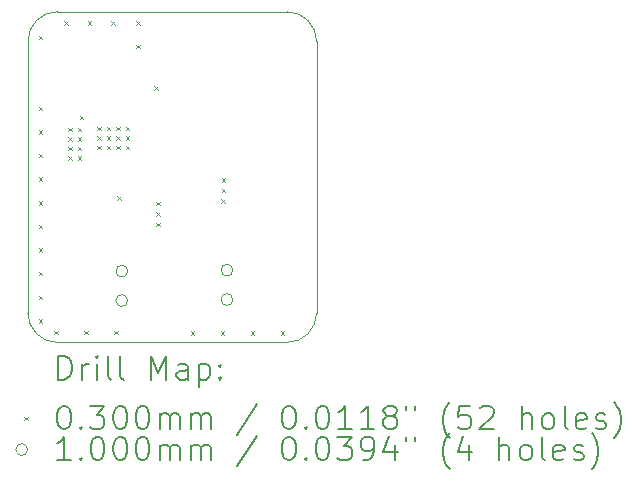
<source format=gbr>
%TF.GenerationSoftware,KiCad,Pcbnew,9.0.1-9.0.1-0~ubuntu24.04.1*%
%TF.CreationDate,2025-05-08T14:38:07+02:00*%
%TF.ProjectId,MP1584-5V,4d503135-3834-42d3-9556-2e6b69636164,rev?*%
%TF.SameCoordinates,Original*%
%TF.FileFunction,Drillmap*%
%TF.FilePolarity,Positive*%
%FSLAX45Y45*%
G04 Gerber Fmt 4.5, Leading zero omitted, Abs format (unit mm)*
G04 Created by KiCad (PCBNEW 9.0.1-9.0.1-0~ubuntu24.04.1) date 2025-05-08 14:38:07*
%MOMM*%
%LPD*%
G01*
G04 APERTURE LIST*
%ADD10C,0.050000*%
%ADD11C,0.200000*%
%ADD12C,0.100000*%
G04 APERTURE END LIST*
D10*
X15597500Y-10900000D02*
G75*
G02*
X15347500Y-10650000I0J250000D01*
G01*
X15347500Y-8350000D02*
G75*
G02*
X15597500Y-8100000I250000J0D01*
G01*
X17542000Y-8100000D02*
G75*
G02*
X17792000Y-8350000I0J-250000D01*
G01*
X15347500Y-10650000D02*
X15347500Y-8350000D01*
X17792000Y-10650000D02*
G75*
G02*
X17542000Y-10900000I-250000J0D01*
G01*
X15597500Y-8100000D02*
X17542000Y-8100000D01*
X17792000Y-8350000D02*
X17792000Y-10650000D01*
X17542000Y-10900000D02*
X15597500Y-10900000D01*
D11*
D12*
X15437500Y-8302500D02*
X15467500Y-8332500D01*
X15467500Y-8302500D02*
X15437500Y-8332500D01*
X15437500Y-8902500D02*
X15467500Y-8932500D01*
X15467500Y-8902500D02*
X15437500Y-8932500D01*
X15437500Y-9102500D02*
X15467500Y-9132500D01*
X15467500Y-9102500D02*
X15437500Y-9132500D01*
X15437500Y-9302500D02*
X15467500Y-9332500D01*
X15467500Y-9302500D02*
X15437500Y-9332500D01*
X15437500Y-9502500D02*
X15467500Y-9532500D01*
X15467500Y-9502500D02*
X15437500Y-9532500D01*
X15437500Y-9702500D02*
X15467500Y-9732500D01*
X15467500Y-9702500D02*
X15437500Y-9732500D01*
X15437500Y-9902500D02*
X15467500Y-9932500D01*
X15467500Y-9902500D02*
X15437500Y-9932500D01*
X15437500Y-10102500D02*
X15467500Y-10132500D01*
X15467500Y-10102500D02*
X15437500Y-10132500D01*
X15437500Y-10302500D02*
X15467500Y-10332500D01*
X15467500Y-10302500D02*
X15437500Y-10332500D01*
X15437500Y-10502500D02*
X15467500Y-10532500D01*
X15467500Y-10502500D02*
X15437500Y-10532500D01*
X15437500Y-10702500D02*
X15467500Y-10732500D01*
X15467500Y-10702500D02*
X15437500Y-10732500D01*
X15568500Y-10802540D02*
X15598500Y-10832540D01*
X15598500Y-10802540D02*
X15568500Y-10832540D01*
X15655000Y-8180000D02*
X15685000Y-8210000D01*
X15685000Y-8180000D02*
X15655000Y-8210000D01*
X15690000Y-9081000D02*
X15720000Y-9111000D01*
X15720000Y-9081000D02*
X15690000Y-9111000D01*
X15690000Y-9161000D02*
X15720000Y-9191000D01*
X15720000Y-9161000D02*
X15690000Y-9191000D01*
X15690000Y-9241000D02*
X15720000Y-9271000D01*
X15720000Y-9241000D02*
X15690000Y-9271000D01*
X15690000Y-9321000D02*
X15720000Y-9351000D01*
X15720000Y-9321000D02*
X15690000Y-9351000D01*
X15770000Y-9081000D02*
X15800000Y-9111000D01*
X15800000Y-9081000D02*
X15770000Y-9111000D01*
X15770000Y-9161000D02*
X15800000Y-9191000D01*
X15800000Y-9161000D02*
X15770000Y-9191000D01*
X15770000Y-9241000D02*
X15800000Y-9271000D01*
X15800000Y-9241000D02*
X15770000Y-9271000D01*
X15770000Y-9321000D02*
X15800000Y-9351000D01*
X15800000Y-9321000D02*
X15770000Y-9351000D01*
X15786000Y-8979000D02*
X15816000Y-9009000D01*
X15816000Y-8979000D02*
X15786000Y-9009000D01*
X15822500Y-10802540D02*
X15852500Y-10832540D01*
X15852500Y-10802540D02*
X15822500Y-10832540D01*
X15855000Y-8180000D02*
X15885000Y-8210000D01*
X15885000Y-8180000D02*
X15855000Y-8210000D01*
X15936000Y-9075000D02*
X15966000Y-9105000D01*
X15966000Y-9075000D02*
X15936000Y-9105000D01*
X15936000Y-9155000D02*
X15966000Y-9185000D01*
X15966000Y-9155000D02*
X15936000Y-9185000D01*
X15936000Y-9235000D02*
X15966000Y-9265000D01*
X15966000Y-9235000D02*
X15936000Y-9265000D01*
X16016000Y-9075000D02*
X16046000Y-9105000D01*
X16046000Y-9075000D02*
X16016000Y-9105000D01*
X16016000Y-9155000D02*
X16046000Y-9185000D01*
X16046000Y-9155000D02*
X16016000Y-9185000D01*
X16016000Y-9235000D02*
X16046000Y-9265000D01*
X16046000Y-9235000D02*
X16016000Y-9265000D01*
X16055000Y-8180000D02*
X16085000Y-8210000D01*
X16085000Y-8180000D02*
X16055000Y-8210000D01*
X16076500Y-10802540D02*
X16106500Y-10832540D01*
X16106500Y-10802540D02*
X16076500Y-10832540D01*
X16096000Y-9075000D02*
X16126000Y-9105000D01*
X16126000Y-9075000D02*
X16096000Y-9105000D01*
X16096000Y-9155000D02*
X16126000Y-9185000D01*
X16126000Y-9155000D02*
X16096000Y-9185000D01*
X16096000Y-9235000D02*
X16126000Y-9265000D01*
X16126000Y-9235000D02*
X16096000Y-9265000D01*
X16105000Y-9662000D02*
X16135000Y-9692000D01*
X16135000Y-9662000D02*
X16105000Y-9692000D01*
X16176000Y-9075000D02*
X16206000Y-9105000D01*
X16206000Y-9075000D02*
X16176000Y-9105000D01*
X16176000Y-9155000D02*
X16206000Y-9185000D01*
X16206000Y-9155000D02*
X16176000Y-9185000D01*
X16176000Y-9235000D02*
X16206000Y-9265000D01*
X16206000Y-9235000D02*
X16176000Y-9265000D01*
X16265000Y-8180000D02*
X16295000Y-8210000D01*
X16295000Y-8180000D02*
X16265000Y-8210000D01*
X16265000Y-8380000D02*
X16295000Y-8410000D01*
X16295000Y-8380000D02*
X16265000Y-8410000D01*
X16417000Y-8730000D02*
X16447000Y-8760000D01*
X16447000Y-8730000D02*
X16417000Y-8760000D01*
X16432000Y-9885000D02*
X16462000Y-9915000D01*
X16462000Y-9885000D02*
X16432000Y-9915000D01*
X16433000Y-9709000D02*
X16463000Y-9739000D01*
X16463000Y-9709000D02*
X16433000Y-9739000D01*
X16433000Y-9797000D02*
X16463000Y-9827000D01*
X16463000Y-9797000D02*
X16433000Y-9827000D01*
X16725000Y-10804000D02*
X16755000Y-10834000D01*
X16755000Y-10804000D02*
X16725000Y-10834000D01*
X16979000Y-10804000D02*
X17009000Y-10834000D01*
X17009000Y-10804000D02*
X16979000Y-10834000D01*
X16986000Y-9687000D02*
X17016000Y-9717000D01*
X17016000Y-9687000D02*
X16986000Y-9717000D01*
X16987000Y-9511000D02*
X17017000Y-9541000D01*
X17017000Y-9511000D02*
X16987000Y-9541000D01*
X16987000Y-9599000D02*
X17017000Y-9629000D01*
X17017000Y-9599000D02*
X16987000Y-9629000D01*
X17233000Y-10804000D02*
X17263000Y-10834000D01*
X17263000Y-10804000D02*
X17233000Y-10834000D01*
X17487000Y-10804000D02*
X17517000Y-10834000D01*
X17517000Y-10804000D02*
X17487000Y-10834000D01*
X16193000Y-10296000D02*
G75*
G02*
X16093000Y-10296000I-50000J0D01*
G01*
X16093000Y-10296000D02*
G75*
G02*
X16193000Y-10296000I50000J0D01*
G01*
X16193000Y-10546000D02*
G75*
G02*
X16093000Y-10546000I-50000J0D01*
G01*
X16093000Y-10546000D02*
G75*
G02*
X16193000Y-10546000I50000J0D01*
G01*
X17083000Y-10287000D02*
G75*
G02*
X16983000Y-10287000I-50000J0D01*
G01*
X16983000Y-10287000D02*
G75*
G02*
X17083000Y-10287000I50000J0D01*
G01*
X17083000Y-10537000D02*
G75*
G02*
X16983000Y-10537000I-50000J0D01*
G01*
X16983000Y-10537000D02*
G75*
G02*
X17083000Y-10537000I50000J0D01*
G01*
D11*
X15605777Y-11213984D02*
X15605777Y-11013984D01*
X15605777Y-11013984D02*
X15653396Y-11013984D01*
X15653396Y-11013984D02*
X15681967Y-11023508D01*
X15681967Y-11023508D02*
X15701015Y-11042555D01*
X15701015Y-11042555D02*
X15710539Y-11061603D01*
X15710539Y-11061603D02*
X15720062Y-11099698D01*
X15720062Y-11099698D02*
X15720062Y-11128270D01*
X15720062Y-11128270D02*
X15710539Y-11166365D01*
X15710539Y-11166365D02*
X15701015Y-11185412D01*
X15701015Y-11185412D02*
X15681967Y-11204460D01*
X15681967Y-11204460D02*
X15653396Y-11213984D01*
X15653396Y-11213984D02*
X15605777Y-11213984D01*
X15805777Y-11213984D02*
X15805777Y-11080650D01*
X15805777Y-11118746D02*
X15815301Y-11099698D01*
X15815301Y-11099698D02*
X15824824Y-11090174D01*
X15824824Y-11090174D02*
X15843872Y-11080650D01*
X15843872Y-11080650D02*
X15862920Y-11080650D01*
X15929586Y-11213984D02*
X15929586Y-11080650D01*
X15929586Y-11013984D02*
X15920062Y-11023508D01*
X15920062Y-11023508D02*
X15929586Y-11033031D01*
X15929586Y-11033031D02*
X15939110Y-11023508D01*
X15939110Y-11023508D02*
X15929586Y-11013984D01*
X15929586Y-11013984D02*
X15929586Y-11033031D01*
X16053396Y-11213984D02*
X16034348Y-11204460D01*
X16034348Y-11204460D02*
X16024824Y-11185412D01*
X16024824Y-11185412D02*
X16024824Y-11013984D01*
X16158158Y-11213984D02*
X16139110Y-11204460D01*
X16139110Y-11204460D02*
X16129586Y-11185412D01*
X16129586Y-11185412D02*
X16129586Y-11013984D01*
X16386729Y-11213984D02*
X16386729Y-11013984D01*
X16386729Y-11013984D02*
X16453396Y-11156841D01*
X16453396Y-11156841D02*
X16520062Y-11013984D01*
X16520062Y-11013984D02*
X16520062Y-11213984D01*
X16701015Y-11213984D02*
X16701015Y-11109222D01*
X16701015Y-11109222D02*
X16691491Y-11090174D01*
X16691491Y-11090174D02*
X16672443Y-11080650D01*
X16672443Y-11080650D02*
X16634348Y-11080650D01*
X16634348Y-11080650D02*
X16615301Y-11090174D01*
X16701015Y-11204460D02*
X16681967Y-11213984D01*
X16681967Y-11213984D02*
X16634348Y-11213984D01*
X16634348Y-11213984D02*
X16615301Y-11204460D01*
X16615301Y-11204460D02*
X16605777Y-11185412D01*
X16605777Y-11185412D02*
X16605777Y-11166365D01*
X16605777Y-11166365D02*
X16615301Y-11147317D01*
X16615301Y-11147317D02*
X16634348Y-11137793D01*
X16634348Y-11137793D02*
X16681967Y-11137793D01*
X16681967Y-11137793D02*
X16701015Y-11128270D01*
X16796253Y-11080650D02*
X16796253Y-11280650D01*
X16796253Y-11090174D02*
X16815301Y-11080650D01*
X16815301Y-11080650D02*
X16853396Y-11080650D01*
X16853396Y-11080650D02*
X16872444Y-11090174D01*
X16872444Y-11090174D02*
X16881967Y-11099698D01*
X16881967Y-11099698D02*
X16891491Y-11118746D01*
X16891491Y-11118746D02*
X16891491Y-11175889D01*
X16891491Y-11175889D02*
X16881967Y-11194936D01*
X16881967Y-11194936D02*
X16872444Y-11204460D01*
X16872444Y-11204460D02*
X16853396Y-11213984D01*
X16853396Y-11213984D02*
X16815301Y-11213984D01*
X16815301Y-11213984D02*
X16796253Y-11204460D01*
X16977205Y-11194936D02*
X16986729Y-11204460D01*
X16986729Y-11204460D02*
X16977205Y-11213984D01*
X16977205Y-11213984D02*
X16967682Y-11204460D01*
X16967682Y-11204460D02*
X16977205Y-11194936D01*
X16977205Y-11194936D02*
X16977205Y-11213984D01*
X16977205Y-11090174D02*
X16986729Y-11099698D01*
X16986729Y-11099698D02*
X16977205Y-11109222D01*
X16977205Y-11109222D02*
X16967682Y-11099698D01*
X16967682Y-11099698D02*
X16977205Y-11090174D01*
X16977205Y-11090174D02*
X16977205Y-11109222D01*
D12*
X15315000Y-11527500D02*
X15345000Y-11557500D01*
X15345000Y-11527500D02*
X15315000Y-11557500D01*
D11*
X15643872Y-11433984D02*
X15662920Y-11433984D01*
X15662920Y-11433984D02*
X15681967Y-11443508D01*
X15681967Y-11443508D02*
X15691491Y-11453031D01*
X15691491Y-11453031D02*
X15701015Y-11472079D01*
X15701015Y-11472079D02*
X15710539Y-11510174D01*
X15710539Y-11510174D02*
X15710539Y-11557793D01*
X15710539Y-11557793D02*
X15701015Y-11595888D01*
X15701015Y-11595888D02*
X15691491Y-11614936D01*
X15691491Y-11614936D02*
X15681967Y-11624460D01*
X15681967Y-11624460D02*
X15662920Y-11633984D01*
X15662920Y-11633984D02*
X15643872Y-11633984D01*
X15643872Y-11633984D02*
X15624824Y-11624460D01*
X15624824Y-11624460D02*
X15615301Y-11614936D01*
X15615301Y-11614936D02*
X15605777Y-11595888D01*
X15605777Y-11595888D02*
X15596253Y-11557793D01*
X15596253Y-11557793D02*
X15596253Y-11510174D01*
X15596253Y-11510174D02*
X15605777Y-11472079D01*
X15605777Y-11472079D02*
X15615301Y-11453031D01*
X15615301Y-11453031D02*
X15624824Y-11443508D01*
X15624824Y-11443508D02*
X15643872Y-11433984D01*
X15796253Y-11614936D02*
X15805777Y-11624460D01*
X15805777Y-11624460D02*
X15796253Y-11633984D01*
X15796253Y-11633984D02*
X15786729Y-11624460D01*
X15786729Y-11624460D02*
X15796253Y-11614936D01*
X15796253Y-11614936D02*
X15796253Y-11633984D01*
X15872443Y-11433984D02*
X15996253Y-11433984D01*
X15996253Y-11433984D02*
X15929586Y-11510174D01*
X15929586Y-11510174D02*
X15958158Y-11510174D01*
X15958158Y-11510174D02*
X15977205Y-11519698D01*
X15977205Y-11519698D02*
X15986729Y-11529222D01*
X15986729Y-11529222D02*
X15996253Y-11548269D01*
X15996253Y-11548269D02*
X15996253Y-11595888D01*
X15996253Y-11595888D02*
X15986729Y-11614936D01*
X15986729Y-11614936D02*
X15977205Y-11624460D01*
X15977205Y-11624460D02*
X15958158Y-11633984D01*
X15958158Y-11633984D02*
X15901015Y-11633984D01*
X15901015Y-11633984D02*
X15881967Y-11624460D01*
X15881967Y-11624460D02*
X15872443Y-11614936D01*
X16120062Y-11433984D02*
X16139110Y-11433984D01*
X16139110Y-11433984D02*
X16158158Y-11443508D01*
X16158158Y-11443508D02*
X16167682Y-11453031D01*
X16167682Y-11453031D02*
X16177205Y-11472079D01*
X16177205Y-11472079D02*
X16186729Y-11510174D01*
X16186729Y-11510174D02*
X16186729Y-11557793D01*
X16186729Y-11557793D02*
X16177205Y-11595888D01*
X16177205Y-11595888D02*
X16167682Y-11614936D01*
X16167682Y-11614936D02*
X16158158Y-11624460D01*
X16158158Y-11624460D02*
X16139110Y-11633984D01*
X16139110Y-11633984D02*
X16120062Y-11633984D01*
X16120062Y-11633984D02*
X16101015Y-11624460D01*
X16101015Y-11624460D02*
X16091491Y-11614936D01*
X16091491Y-11614936D02*
X16081967Y-11595888D01*
X16081967Y-11595888D02*
X16072443Y-11557793D01*
X16072443Y-11557793D02*
X16072443Y-11510174D01*
X16072443Y-11510174D02*
X16081967Y-11472079D01*
X16081967Y-11472079D02*
X16091491Y-11453031D01*
X16091491Y-11453031D02*
X16101015Y-11443508D01*
X16101015Y-11443508D02*
X16120062Y-11433984D01*
X16310539Y-11433984D02*
X16329586Y-11433984D01*
X16329586Y-11433984D02*
X16348634Y-11443508D01*
X16348634Y-11443508D02*
X16358158Y-11453031D01*
X16358158Y-11453031D02*
X16367682Y-11472079D01*
X16367682Y-11472079D02*
X16377205Y-11510174D01*
X16377205Y-11510174D02*
X16377205Y-11557793D01*
X16377205Y-11557793D02*
X16367682Y-11595888D01*
X16367682Y-11595888D02*
X16358158Y-11614936D01*
X16358158Y-11614936D02*
X16348634Y-11624460D01*
X16348634Y-11624460D02*
X16329586Y-11633984D01*
X16329586Y-11633984D02*
X16310539Y-11633984D01*
X16310539Y-11633984D02*
X16291491Y-11624460D01*
X16291491Y-11624460D02*
X16281967Y-11614936D01*
X16281967Y-11614936D02*
X16272443Y-11595888D01*
X16272443Y-11595888D02*
X16262920Y-11557793D01*
X16262920Y-11557793D02*
X16262920Y-11510174D01*
X16262920Y-11510174D02*
X16272443Y-11472079D01*
X16272443Y-11472079D02*
X16281967Y-11453031D01*
X16281967Y-11453031D02*
X16291491Y-11443508D01*
X16291491Y-11443508D02*
X16310539Y-11433984D01*
X16462920Y-11633984D02*
X16462920Y-11500650D01*
X16462920Y-11519698D02*
X16472443Y-11510174D01*
X16472443Y-11510174D02*
X16491491Y-11500650D01*
X16491491Y-11500650D02*
X16520063Y-11500650D01*
X16520063Y-11500650D02*
X16539110Y-11510174D01*
X16539110Y-11510174D02*
X16548634Y-11529222D01*
X16548634Y-11529222D02*
X16548634Y-11633984D01*
X16548634Y-11529222D02*
X16558158Y-11510174D01*
X16558158Y-11510174D02*
X16577205Y-11500650D01*
X16577205Y-11500650D02*
X16605777Y-11500650D01*
X16605777Y-11500650D02*
X16624824Y-11510174D01*
X16624824Y-11510174D02*
X16634348Y-11529222D01*
X16634348Y-11529222D02*
X16634348Y-11633984D01*
X16729586Y-11633984D02*
X16729586Y-11500650D01*
X16729586Y-11519698D02*
X16739110Y-11510174D01*
X16739110Y-11510174D02*
X16758158Y-11500650D01*
X16758158Y-11500650D02*
X16786729Y-11500650D01*
X16786729Y-11500650D02*
X16805777Y-11510174D01*
X16805777Y-11510174D02*
X16815301Y-11529222D01*
X16815301Y-11529222D02*
X16815301Y-11633984D01*
X16815301Y-11529222D02*
X16824825Y-11510174D01*
X16824825Y-11510174D02*
X16843872Y-11500650D01*
X16843872Y-11500650D02*
X16872444Y-11500650D01*
X16872444Y-11500650D02*
X16891491Y-11510174D01*
X16891491Y-11510174D02*
X16901015Y-11529222D01*
X16901015Y-11529222D02*
X16901015Y-11633984D01*
X17291491Y-11424460D02*
X17120063Y-11681603D01*
X17548634Y-11433984D02*
X17567682Y-11433984D01*
X17567682Y-11433984D02*
X17586729Y-11443508D01*
X17586729Y-11443508D02*
X17596253Y-11453031D01*
X17596253Y-11453031D02*
X17605777Y-11472079D01*
X17605777Y-11472079D02*
X17615301Y-11510174D01*
X17615301Y-11510174D02*
X17615301Y-11557793D01*
X17615301Y-11557793D02*
X17605777Y-11595888D01*
X17605777Y-11595888D02*
X17596253Y-11614936D01*
X17596253Y-11614936D02*
X17586729Y-11624460D01*
X17586729Y-11624460D02*
X17567682Y-11633984D01*
X17567682Y-11633984D02*
X17548634Y-11633984D01*
X17548634Y-11633984D02*
X17529587Y-11624460D01*
X17529587Y-11624460D02*
X17520063Y-11614936D01*
X17520063Y-11614936D02*
X17510539Y-11595888D01*
X17510539Y-11595888D02*
X17501015Y-11557793D01*
X17501015Y-11557793D02*
X17501015Y-11510174D01*
X17501015Y-11510174D02*
X17510539Y-11472079D01*
X17510539Y-11472079D02*
X17520063Y-11453031D01*
X17520063Y-11453031D02*
X17529587Y-11443508D01*
X17529587Y-11443508D02*
X17548634Y-11433984D01*
X17701015Y-11614936D02*
X17710539Y-11624460D01*
X17710539Y-11624460D02*
X17701015Y-11633984D01*
X17701015Y-11633984D02*
X17691491Y-11624460D01*
X17691491Y-11624460D02*
X17701015Y-11614936D01*
X17701015Y-11614936D02*
X17701015Y-11633984D01*
X17834348Y-11433984D02*
X17853396Y-11433984D01*
X17853396Y-11433984D02*
X17872444Y-11443508D01*
X17872444Y-11443508D02*
X17881968Y-11453031D01*
X17881968Y-11453031D02*
X17891491Y-11472079D01*
X17891491Y-11472079D02*
X17901015Y-11510174D01*
X17901015Y-11510174D02*
X17901015Y-11557793D01*
X17901015Y-11557793D02*
X17891491Y-11595888D01*
X17891491Y-11595888D02*
X17881968Y-11614936D01*
X17881968Y-11614936D02*
X17872444Y-11624460D01*
X17872444Y-11624460D02*
X17853396Y-11633984D01*
X17853396Y-11633984D02*
X17834348Y-11633984D01*
X17834348Y-11633984D02*
X17815301Y-11624460D01*
X17815301Y-11624460D02*
X17805777Y-11614936D01*
X17805777Y-11614936D02*
X17796253Y-11595888D01*
X17796253Y-11595888D02*
X17786729Y-11557793D01*
X17786729Y-11557793D02*
X17786729Y-11510174D01*
X17786729Y-11510174D02*
X17796253Y-11472079D01*
X17796253Y-11472079D02*
X17805777Y-11453031D01*
X17805777Y-11453031D02*
X17815301Y-11443508D01*
X17815301Y-11443508D02*
X17834348Y-11433984D01*
X18091491Y-11633984D02*
X17977206Y-11633984D01*
X18034348Y-11633984D02*
X18034348Y-11433984D01*
X18034348Y-11433984D02*
X18015301Y-11462555D01*
X18015301Y-11462555D02*
X17996253Y-11481603D01*
X17996253Y-11481603D02*
X17977206Y-11491127D01*
X18281968Y-11633984D02*
X18167682Y-11633984D01*
X18224825Y-11633984D02*
X18224825Y-11433984D01*
X18224825Y-11433984D02*
X18205777Y-11462555D01*
X18205777Y-11462555D02*
X18186729Y-11481603D01*
X18186729Y-11481603D02*
X18167682Y-11491127D01*
X18396253Y-11519698D02*
X18377206Y-11510174D01*
X18377206Y-11510174D02*
X18367682Y-11500650D01*
X18367682Y-11500650D02*
X18358158Y-11481603D01*
X18358158Y-11481603D02*
X18358158Y-11472079D01*
X18358158Y-11472079D02*
X18367682Y-11453031D01*
X18367682Y-11453031D02*
X18377206Y-11443508D01*
X18377206Y-11443508D02*
X18396253Y-11433984D01*
X18396253Y-11433984D02*
X18434349Y-11433984D01*
X18434349Y-11433984D02*
X18453396Y-11443508D01*
X18453396Y-11443508D02*
X18462920Y-11453031D01*
X18462920Y-11453031D02*
X18472444Y-11472079D01*
X18472444Y-11472079D02*
X18472444Y-11481603D01*
X18472444Y-11481603D02*
X18462920Y-11500650D01*
X18462920Y-11500650D02*
X18453396Y-11510174D01*
X18453396Y-11510174D02*
X18434349Y-11519698D01*
X18434349Y-11519698D02*
X18396253Y-11519698D01*
X18396253Y-11519698D02*
X18377206Y-11529222D01*
X18377206Y-11529222D02*
X18367682Y-11538746D01*
X18367682Y-11538746D02*
X18358158Y-11557793D01*
X18358158Y-11557793D02*
X18358158Y-11595888D01*
X18358158Y-11595888D02*
X18367682Y-11614936D01*
X18367682Y-11614936D02*
X18377206Y-11624460D01*
X18377206Y-11624460D02*
X18396253Y-11633984D01*
X18396253Y-11633984D02*
X18434349Y-11633984D01*
X18434349Y-11633984D02*
X18453396Y-11624460D01*
X18453396Y-11624460D02*
X18462920Y-11614936D01*
X18462920Y-11614936D02*
X18472444Y-11595888D01*
X18472444Y-11595888D02*
X18472444Y-11557793D01*
X18472444Y-11557793D02*
X18462920Y-11538746D01*
X18462920Y-11538746D02*
X18453396Y-11529222D01*
X18453396Y-11529222D02*
X18434349Y-11519698D01*
X18548634Y-11433984D02*
X18548634Y-11472079D01*
X18624825Y-11433984D02*
X18624825Y-11472079D01*
X18920063Y-11710174D02*
X18910539Y-11700650D01*
X18910539Y-11700650D02*
X18891491Y-11672079D01*
X18891491Y-11672079D02*
X18881968Y-11653031D01*
X18881968Y-11653031D02*
X18872444Y-11624460D01*
X18872444Y-11624460D02*
X18862920Y-11576841D01*
X18862920Y-11576841D02*
X18862920Y-11538746D01*
X18862920Y-11538746D02*
X18872444Y-11491127D01*
X18872444Y-11491127D02*
X18881968Y-11462555D01*
X18881968Y-11462555D02*
X18891491Y-11443508D01*
X18891491Y-11443508D02*
X18910539Y-11414936D01*
X18910539Y-11414936D02*
X18920063Y-11405412D01*
X19091491Y-11433984D02*
X18996253Y-11433984D01*
X18996253Y-11433984D02*
X18986730Y-11529222D01*
X18986730Y-11529222D02*
X18996253Y-11519698D01*
X18996253Y-11519698D02*
X19015301Y-11510174D01*
X19015301Y-11510174D02*
X19062920Y-11510174D01*
X19062920Y-11510174D02*
X19081968Y-11519698D01*
X19081968Y-11519698D02*
X19091491Y-11529222D01*
X19091491Y-11529222D02*
X19101015Y-11548269D01*
X19101015Y-11548269D02*
X19101015Y-11595888D01*
X19101015Y-11595888D02*
X19091491Y-11614936D01*
X19091491Y-11614936D02*
X19081968Y-11624460D01*
X19081968Y-11624460D02*
X19062920Y-11633984D01*
X19062920Y-11633984D02*
X19015301Y-11633984D01*
X19015301Y-11633984D02*
X18996253Y-11624460D01*
X18996253Y-11624460D02*
X18986730Y-11614936D01*
X19177206Y-11453031D02*
X19186730Y-11443508D01*
X19186730Y-11443508D02*
X19205777Y-11433984D01*
X19205777Y-11433984D02*
X19253396Y-11433984D01*
X19253396Y-11433984D02*
X19272444Y-11443508D01*
X19272444Y-11443508D02*
X19281968Y-11453031D01*
X19281968Y-11453031D02*
X19291491Y-11472079D01*
X19291491Y-11472079D02*
X19291491Y-11491127D01*
X19291491Y-11491127D02*
X19281968Y-11519698D01*
X19281968Y-11519698D02*
X19167682Y-11633984D01*
X19167682Y-11633984D02*
X19291491Y-11633984D01*
X19529587Y-11633984D02*
X19529587Y-11433984D01*
X19615301Y-11633984D02*
X19615301Y-11529222D01*
X19615301Y-11529222D02*
X19605777Y-11510174D01*
X19605777Y-11510174D02*
X19586730Y-11500650D01*
X19586730Y-11500650D02*
X19558158Y-11500650D01*
X19558158Y-11500650D02*
X19539111Y-11510174D01*
X19539111Y-11510174D02*
X19529587Y-11519698D01*
X19739111Y-11633984D02*
X19720063Y-11624460D01*
X19720063Y-11624460D02*
X19710539Y-11614936D01*
X19710539Y-11614936D02*
X19701015Y-11595888D01*
X19701015Y-11595888D02*
X19701015Y-11538746D01*
X19701015Y-11538746D02*
X19710539Y-11519698D01*
X19710539Y-11519698D02*
X19720063Y-11510174D01*
X19720063Y-11510174D02*
X19739111Y-11500650D01*
X19739111Y-11500650D02*
X19767682Y-11500650D01*
X19767682Y-11500650D02*
X19786730Y-11510174D01*
X19786730Y-11510174D02*
X19796253Y-11519698D01*
X19796253Y-11519698D02*
X19805777Y-11538746D01*
X19805777Y-11538746D02*
X19805777Y-11595888D01*
X19805777Y-11595888D02*
X19796253Y-11614936D01*
X19796253Y-11614936D02*
X19786730Y-11624460D01*
X19786730Y-11624460D02*
X19767682Y-11633984D01*
X19767682Y-11633984D02*
X19739111Y-11633984D01*
X19920063Y-11633984D02*
X19901015Y-11624460D01*
X19901015Y-11624460D02*
X19891492Y-11605412D01*
X19891492Y-11605412D02*
X19891492Y-11433984D01*
X20072444Y-11624460D02*
X20053396Y-11633984D01*
X20053396Y-11633984D02*
X20015301Y-11633984D01*
X20015301Y-11633984D02*
X19996253Y-11624460D01*
X19996253Y-11624460D02*
X19986730Y-11605412D01*
X19986730Y-11605412D02*
X19986730Y-11529222D01*
X19986730Y-11529222D02*
X19996253Y-11510174D01*
X19996253Y-11510174D02*
X20015301Y-11500650D01*
X20015301Y-11500650D02*
X20053396Y-11500650D01*
X20053396Y-11500650D02*
X20072444Y-11510174D01*
X20072444Y-11510174D02*
X20081968Y-11529222D01*
X20081968Y-11529222D02*
X20081968Y-11548269D01*
X20081968Y-11548269D02*
X19986730Y-11567317D01*
X20158158Y-11624460D02*
X20177206Y-11633984D01*
X20177206Y-11633984D02*
X20215301Y-11633984D01*
X20215301Y-11633984D02*
X20234349Y-11624460D01*
X20234349Y-11624460D02*
X20243873Y-11605412D01*
X20243873Y-11605412D02*
X20243873Y-11595888D01*
X20243873Y-11595888D02*
X20234349Y-11576841D01*
X20234349Y-11576841D02*
X20215301Y-11567317D01*
X20215301Y-11567317D02*
X20186730Y-11567317D01*
X20186730Y-11567317D02*
X20167682Y-11557793D01*
X20167682Y-11557793D02*
X20158158Y-11538746D01*
X20158158Y-11538746D02*
X20158158Y-11529222D01*
X20158158Y-11529222D02*
X20167682Y-11510174D01*
X20167682Y-11510174D02*
X20186730Y-11500650D01*
X20186730Y-11500650D02*
X20215301Y-11500650D01*
X20215301Y-11500650D02*
X20234349Y-11510174D01*
X20310539Y-11710174D02*
X20320063Y-11700650D01*
X20320063Y-11700650D02*
X20339111Y-11672079D01*
X20339111Y-11672079D02*
X20348634Y-11653031D01*
X20348634Y-11653031D02*
X20358158Y-11624460D01*
X20358158Y-11624460D02*
X20367682Y-11576841D01*
X20367682Y-11576841D02*
X20367682Y-11538746D01*
X20367682Y-11538746D02*
X20358158Y-11491127D01*
X20358158Y-11491127D02*
X20348634Y-11462555D01*
X20348634Y-11462555D02*
X20339111Y-11443508D01*
X20339111Y-11443508D02*
X20320063Y-11414936D01*
X20320063Y-11414936D02*
X20310539Y-11405412D01*
D12*
X15345000Y-11806500D02*
G75*
G02*
X15245000Y-11806500I-50000J0D01*
G01*
X15245000Y-11806500D02*
G75*
G02*
X15345000Y-11806500I50000J0D01*
G01*
D11*
X15710539Y-11897984D02*
X15596253Y-11897984D01*
X15653396Y-11897984D02*
X15653396Y-11697984D01*
X15653396Y-11697984D02*
X15634348Y-11726555D01*
X15634348Y-11726555D02*
X15615301Y-11745603D01*
X15615301Y-11745603D02*
X15596253Y-11755127D01*
X15796253Y-11878936D02*
X15805777Y-11888460D01*
X15805777Y-11888460D02*
X15796253Y-11897984D01*
X15796253Y-11897984D02*
X15786729Y-11888460D01*
X15786729Y-11888460D02*
X15796253Y-11878936D01*
X15796253Y-11878936D02*
X15796253Y-11897984D01*
X15929586Y-11697984D02*
X15948634Y-11697984D01*
X15948634Y-11697984D02*
X15967682Y-11707508D01*
X15967682Y-11707508D02*
X15977205Y-11717031D01*
X15977205Y-11717031D02*
X15986729Y-11736079D01*
X15986729Y-11736079D02*
X15996253Y-11774174D01*
X15996253Y-11774174D02*
X15996253Y-11821793D01*
X15996253Y-11821793D02*
X15986729Y-11859888D01*
X15986729Y-11859888D02*
X15977205Y-11878936D01*
X15977205Y-11878936D02*
X15967682Y-11888460D01*
X15967682Y-11888460D02*
X15948634Y-11897984D01*
X15948634Y-11897984D02*
X15929586Y-11897984D01*
X15929586Y-11897984D02*
X15910539Y-11888460D01*
X15910539Y-11888460D02*
X15901015Y-11878936D01*
X15901015Y-11878936D02*
X15891491Y-11859888D01*
X15891491Y-11859888D02*
X15881967Y-11821793D01*
X15881967Y-11821793D02*
X15881967Y-11774174D01*
X15881967Y-11774174D02*
X15891491Y-11736079D01*
X15891491Y-11736079D02*
X15901015Y-11717031D01*
X15901015Y-11717031D02*
X15910539Y-11707508D01*
X15910539Y-11707508D02*
X15929586Y-11697984D01*
X16120062Y-11697984D02*
X16139110Y-11697984D01*
X16139110Y-11697984D02*
X16158158Y-11707508D01*
X16158158Y-11707508D02*
X16167682Y-11717031D01*
X16167682Y-11717031D02*
X16177205Y-11736079D01*
X16177205Y-11736079D02*
X16186729Y-11774174D01*
X16186729Y-11774174D02*
X16186729Y-11821793D01*
X16186729Y-11821793D02*
X16177205Y-11859888D01*
X16177205Y-11859888D02*
X16167682Y-11878936D01*
X16167682Y-11878936D02*
X16158158Y-11888460D01*
X16158158Y-11888460D02*
X16139110Y-11897984D01*
X16139110Y-11897984D02*
X16120062Y-11897984D01*
X16120062Y-11897984D02*
X16101015Y-11888460D01*
X16101015Y-11888460D02*
X16091491Y-11878936D01*
X16091491Y-11878936D02*
X16081967Y-11859888D01*
X16081967Y-11859888D02*
X16072443Y-11821793D01*
X16072443Y-11821793D02*
X16072443Y-11774174D01*
X16072443Y-11774174D02*
X16081967Y-11736079D01*
X16081967Y-11736079D02*
X16091491Y-11717031D01*
X16091491Y-11717031D02*
X16101015Y-11707508D01*
X16101015Y-11707508D02*
X16120062Y-11697984D01*
X16310539Y-11697984D02*
X16329586Y-11697984D01*
X16329586Y-11697984D02*
X16348634Y-11707508D01*
X16348634Y-11707508D02*
X16358158Y-11717031D01*
X16358158Y-11717031D02*
X16367682Y-11736079D01*
X16367682Y-11736079D02*
X16377205Y-11774174D01*
X16377205Y-11774174D02*
X16377205Y-11821793D01*
X16377205Y-11821793D02*
X16367682Y-11859888D01*
X16367682Y-11859888D02*
X16358158Y-11878936D01*
X16358158Y-11878936D02*
X16348634Y-11888460D01*
X16348634Y-11888460D02*
X16329586Y-11897984D01*
X16329586Y-11897984D02*
X16310539Y-11897984D01*
X16310539Y-11897984D02*
X16291491Y-11888460D01*
X16291491Y-11888460D02*
X16281967Y-11878936D01*
X16281967Y-11878936D02*
X16272443Y-11859888D01*
X16272443Y-11859888D02*
X16262920Y-11821793D01*
X16262920Y-11821793D02*
X16262920Y-11774174D01*
X16262920Y-11774174D02*
X16272443Y-11736079D01*
X16272443Y-11736079D02*
X16281967Y-11717031D01*
X16281967Y-11717031D02*
X16291491Y-11707508D01*
X16291491Y-11707508D02*
X16310539Y-11697984D01*
X16462920Y-11897984D02*
X16462920Y-11764650D01*
X16462920Y-11783698D02*
X16472443Y-11774174D01*
X16472443Y-11774174D02*
X16491491Y-11764650D01*
X16491491Y-11764650D02*
X16520063Y-11764650D01*
X16520063Y-11764650D02*
X16539110Y-11774174D01*
X16539110Y-11774174D02*
X16548634Y-11793222D01*
X16548634Y-11793222D02*
X16548634Y-11897984D01*
X16548634Y-11793222D02*
X16558158Y-11774174D01*
X16558158Y-11774174D02*
X16577205Y-11764650D01*
X16577205Y-11764650D02*
X16605777Y-11764650D01*
X16605777Y-11764650D02*
X16624824Y-11774174D01*
X16624824Y-11774174D02*
X16634348Y-11793222D01*
X16634348Y-11793222D02*
X16634348Y-11897984D01*
X16729586Y-11897984D02*
X16729586Y-11764650D01*
X16729586Y-11783698D02*
X16739110Y-11774174D01*
X16739110Y-11774174D02*
X16758158Y-11764650D01*
X16758158Y-11764650D02*
X16786729Y-11764650D01*
X16786729Y-11764650D02*
X16805777Y-11774174D01*
X16805777Y-11774174D02*
X16815301Y-11793222D01*
X16815301Y-11793222D02*
X16815301Y-11897984D01*
X16815301Y-11793222D02*
X16824825Y-11774174D01*
X16824825Y-11774174D02*
X16843872Y-11764650D01*
X16843872Y-11764650D02*
X16872444Y-11764650D01*
X16872444Y-11764650D02*
X16891491Y-11774174D01*
X16891491Y-11774174D02*
X16901015Y-11793222D01*
X16901015Y-11793222D02*
X16901015Y-11897984D01*
X17291491Y-11688460D02*
X17120063Y-11945603D01*
X17548634Y-11697984D02*
X17567682Y-11697984D01*
X17567682Y-11697984D02*
X17586729Y-11707508D01*
X17586729Y-11707508D02*
X17596253Y-11717031D01*
X17596253Y-11717031D02*
X17605777Y-11736079D01*
X17605777Y-11736079D02*
X17615301Y-11774174D01*
X17615301Y-11774174D02*
X17615301Y-11821793D01*
X17615301Y-11821793D02*
X17605777Y-11859888D01*
X17605777Y-11859888D02*
X17596253Y-11878936D01*
X17596253Y-11878936D02*
X17586729Y-11888460D01*
X17586729Y-11888460D02*
X17567682Y-11897984D01*
X17567682Y-11897984D02*
X17548634Y-11897984D01*
X17548634Y-11897984D02*
X17529587Y-11888460D01*
X17529587Y-11888460D02*
X17520063Y-11878936D01*
X17520063Y-11878936D02*
X17510539Y-11859888D01*
X17510539Y-11859888D02*
X17501015Y-11821793D01*
X17501015Y-11821793D02*
X17501015Y-11774174D01*
X17501015Y-11774174D02*
X17510539Y-11736079D01*
X17510539Y-11736079D02*
X17520063Y-11717031D01*
X17520063Y-11717031D02*
X17529587Y-11707508D01*
X17529587Y-11707508D02*
X17548634Y-11697984D01*
X17701015Y-11878936D02*
X17710539Y-11888460D01*
X17710539Y-11888460D02*
X17701015Y-11897984D01*
X17701015Y-11897984D02*
X17691491Y-11888460D01*
X17691491Y-11888460D02*
X17701015Y-11878936D01*
X17701015Y-11878936D02*
X17701015Y-11897984D01*
X17834348Y-11697984D02*
X17853396Y-11697984D01*
X17853396Y-11697984D02*
X17872444Y-11707508D01*
X17872444Y-11707508D02*
X17881968Y-11717031D01*
X17881968Y-11717031D02*
X17891491Y-11736079D01*
X17891491Y-11736079D02*
X17901015Y-11774174D01*
X17901015Y-11774174D02*
X17901015Y-11821793D01*
X17901015Y-11821793D02*
X17891491Y-11859888D01*
X17891491Y-11859888D02*
X17881968Y-11878936D01*
X17881968Y-11878936D02*
X17872444Y-11888460D01*
X17872444Y-11888460D02*
X17853396Y-11897984D01*
X17853396Y-11897984D02*
X17834348Y-11897984D01*
X17834348Y-11897984D02*
X17815301Y-11888460D01*
X17815301Y-11888460D02*
X17805777Y-11878936D01*
X17805777Y-11878936D02*
X17796253Y-11859888D01*
X17796253Y-11859888D02*
X17786729Y-11821793D01*
X17786729Y-11821793D02*
X17786729Y-11774174D01*
X17786729Y-11774174D02*
X17796253Y-11736079D01*
X17796253Y-11736079D02*
X17805777Y-11717031D01*
X17805777Y-11717031D02*
X17815301Y-11707508D01*
X17815301Y-11707508D02*
X17834348Y-11697984D01*
X17967682Y-11697984D02*
X18091491Y-11697984D01*
X18091491Y-11697984D02*
X18024825Y-11774174D01*
X18024825Y-11774174D02*
X18053396Y-11774174D01*
X18053396Y-11774174D02*
X18072444Y-11783698D01*
X18072444Y-11783698D02*
X18081968Y-11793222D01*
X18081968Y-11793222D02*
X18091491Y-11812269D01*
X18091491Y-11812269D02*
X18091491Y-11859888D01*
X18091491Y-11859888D02*
X18081968Y-11878936D01*
X18081968Y-11878936D02*
X18072444Y-11888460D01*
X18072444Y-11888460D02*
X18053396Y-11897984D01*
X18053396Y-11897984D02*
X17996253Y-11897984D01*
X17996253Y-11897984D02*
X17977206Y-11888460D01*
X17977206Y-11888460D02*
X17967682Y-11878936D01*
X18186729Y-11897984D02*
X18224825Y-11897984D01*
X18224825Y-11897984D02*
X18243872Y-11888460D01*
X18243872Y-11888460D02*
X18253396Y-11878936D01*
X18253396Y-11878936D02*
X18272444Y-11850365D01*
X18272444Y-11850365D02*
X18281968Y-11812269D01*
X18281968Y-11812269D02*
X18281968Y-11736079D01*
X18281968Y-11736079D02*
X18272444Y-11717031D01*
X18272444Y-11717031D02*
X18262920Y-11707508D01*
X18262920Y-11707508D02*
X18243872Y-11697984D01*
X18243872Y-11697984D02*
X18205777Y-11697984D01*
X18205777Y-11697984D02*
X18186729Y-11707508D01*
X18186729Y-11707508D02*
X18177206Y-11717031D01*
X18177206Y-11717031D02*
X18167682Y-11736079D01*
X18167682Y-11736079D02*
X18167682Y-11783698D01*
X18167682Y-11783698D02*
X18177206Y-11802746D01*
X18177206Y-11802746D02*
X18186729Y-11812269D01*
X18186729Y-11812269D02*
X18205777Y-11821793D01*
X18205777Y-11821793D02*
X18243872Y-11821793D01*
X18243872Y-11821793D02*
X18262920Y-11812269D01*
X18262920Y-11812269D02*
X18272444Y-11802746D01*
X18272444Y-11802746D02*
X18281968Y-11783698D01*
X18453396Y-11764650D02*
X18453396Y-11897984D01*
X18405777Y-11688460D02*
X18358158Y-11831317D01*
X18358158Y-11831317D02*
X18481968Y-11831317D01*
X18548634Y-11697984D02*
X18548634Y-11736079D01*
X18624825Y-11697984D02*
X18624825Y-11736079D01*
X18920063Y-11974174D02*
X18910539Y-11964650D01*
X18910539Y-11964650D02*
X18891491Y-11936079D01*
X18891491Y-11936079D02*
X18881968Y-11917031D01*
X18881968Y-11917031D02*
X18872444Y-11888460D01*
X18872444Y-11888460D02*
X18862920Y-11840841D01*
X18862920Y-11840841D02*
X18862920Y-11802746D01*
X18862920Y-11802746D02*
X18872444Y-11755127D01*
X18872444Y-11755127D02*
X18881968Y-11726555D01*
X18881968Y-11726555D02*
X18891491Y-11707508D01*
X18891491Y-11707508D02*
X18910539Y-11678936D01*
X18910539Y-11678936D02*
X18920063Y-11669412D01*
X19081968Y-11764650D02*
X19081968Y-11897984D01*
X19034349Y-11688460D02*
X18986730Y-11831317D01*
X18986730Y-11831317D02*
X19110539Y-11831317D01*
X19339111Y-11897984D02*
X19339111Y-11697984D01*
X19424825Y-11897984D02*
X19424825Y-11793222D01*
X19424825Y-11793222D02*
X19415301Y-11774174D01*
X19415301Y-11774174D02*
X19396253Y-11764650D01*
X19396253Y-11764650D02*
X19367682Y-11764650D01*
X19367682Y-11764650D02*
X19348634Y-11774174D01*
X19348634Y-11774174D02*
X19339111Y-11783698D01*
X19548634Y-11897984D02*
X19529587Y-11888460D01*
X19529587Y-11888460D02*
X19520063Y-11878936D01*
X19520063Y-11878936D02*
X19510539Y-11859888D01*
X19510539Y-11859888D02*
X19510539Y-11802746D01*
X19510539Y-11802746D02*
X19520063Y-11783698D01*
X19520063Y-11783698D02*
X19529587Y-11774174D01*
X19529587Y-11774174D02*
X19548634Y-11764650D01*
X19548634Y-11764650D02*
X19577206Y-11764650D01*
X19577206Y-11764650D02*
X19596253Y-11774174D01*
X19596253Y-11774174D02*
X19605777Y-11783698D01*
X19605777Y-11783698D02*
X19615301Y-11802746D01*
X19615301Y-11802746D02*
X19615301Y-11859888D01*
X19615301Y-11859888D02*
X19605777Y-11878936D01*
X19605777Y-11878936D02*
X19596253Y-11888460D01*
X19596253Y-11888460D02*
X19577206Y-11897984D01*
X19577206Y-11897984D02*
X19548634Y-11897984D01*
X19729587Y-11897984D02*
X19710539Y-11888460D01*
X19710539Y-11888460D02*
X19701015Y-11869412D01*
X19701015Y-11869412D02*
X19701015Y-11697984D01*
X19881968Y-11888460D02*
X19862920Y-11897984D01*
X19862920Y-11897984D02*
X19824825Y-11897984D01*
X19824825Y-11897984D02*
X19805777Y-11888460D01*
X19805777Y-11888460D02*
X19796253Y-11869412D01*
X19796253Y-11869412D02*
X19796253Y-11793222D01*
X19796253Y-11793222D02*
X19805777Y-11774174D01*
X19805777Y-11774174D02*
X19824825Y-11764650D01*
X19824825Y-11764650D02*
X19862920Y-11764650D01*
X19862920Y-11764650D02*
X19881968Y-11774174D01*
X19881968Y-11774174D02*
X19891492Y-11793222D01*
X19891492Y-11793222D02*
X19891492Y-11812269D01*
X19891492Y-11812269D02*
X19796253Y-11831317D01*
X19967682Y-11888460D02*
X19986730Y-11897984D01*
X19986730Y-11897984D02*
X20024825Y-11897984D01*
X20024825Y-11897984D02*
X20043873Y-11888460D01*
X20043873Y-11888460D02*
X20053396Y-11869412D01*
X20053396Y-11869412D02*
X20053396Y-11859888D01*
X20053396Y-11859888D02*
X20043873Y-11840841D01*
X20043873Y-11840841D02*
X20024825Y-11831317D01*
X20024825Y-11831317D02*
X19996253Y-11831317D01*
X19996253Y-11831317D02*
X19977206Y-11821793D01*
X19977206Y-11821793D02*
X19967682Y-11802746D01*
X19967682Y-11802746D02*
X19967682Y-11793222D01*
X19967682Y-11793222D02*
X19977206Y-11774174D01*
X19977206Y-11774174D02*
X19996253Y-11764650D01*
X19996253Y-11764650D02*
X20024825Y-11764650D01*
X20024825Y-11764650D02*
X20043873Y-11774174D01*
X20120063Y-11974174D02*
X20129587Y-11964650D01*
X20129587Y-11964650D02*
X20148634Y-11936079D01*
X20148634Y-11936079D02*
X20158158Y-11917031D01*
X20158158Y-11917031D02*
X20167682Y-11888460D01*
X20167682Y-11888460D02*
X20177206Y-11840841D01*
X20177206Y-11840841D02*
X20177206Y-11802746D01*
X20177206Y-11802746D02*
X20167682Y-11755127D01*
X20167682Y-11755127D02*
X20158158Y-11726555D01*
X20158158Y-11726555D02*
X20148634Y-11707508D01*
X20148634Y-11707508D02*
X20129587Y-11678936D01*
X20129587Y-11678936D02*
X20120063Y-11669412D01*
M02*

</source>
